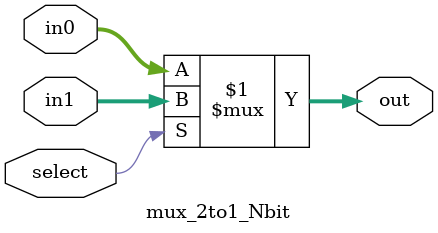
<source format=v>

module mux_2to1_Nbit #(parameter N = 32) (out, select, in0, in1);

    input select;
    input [N-1 :0] in0, in1;
    output [N-1 :0] out;

    assign out = select? in1:in0;

endmodule

</source>
